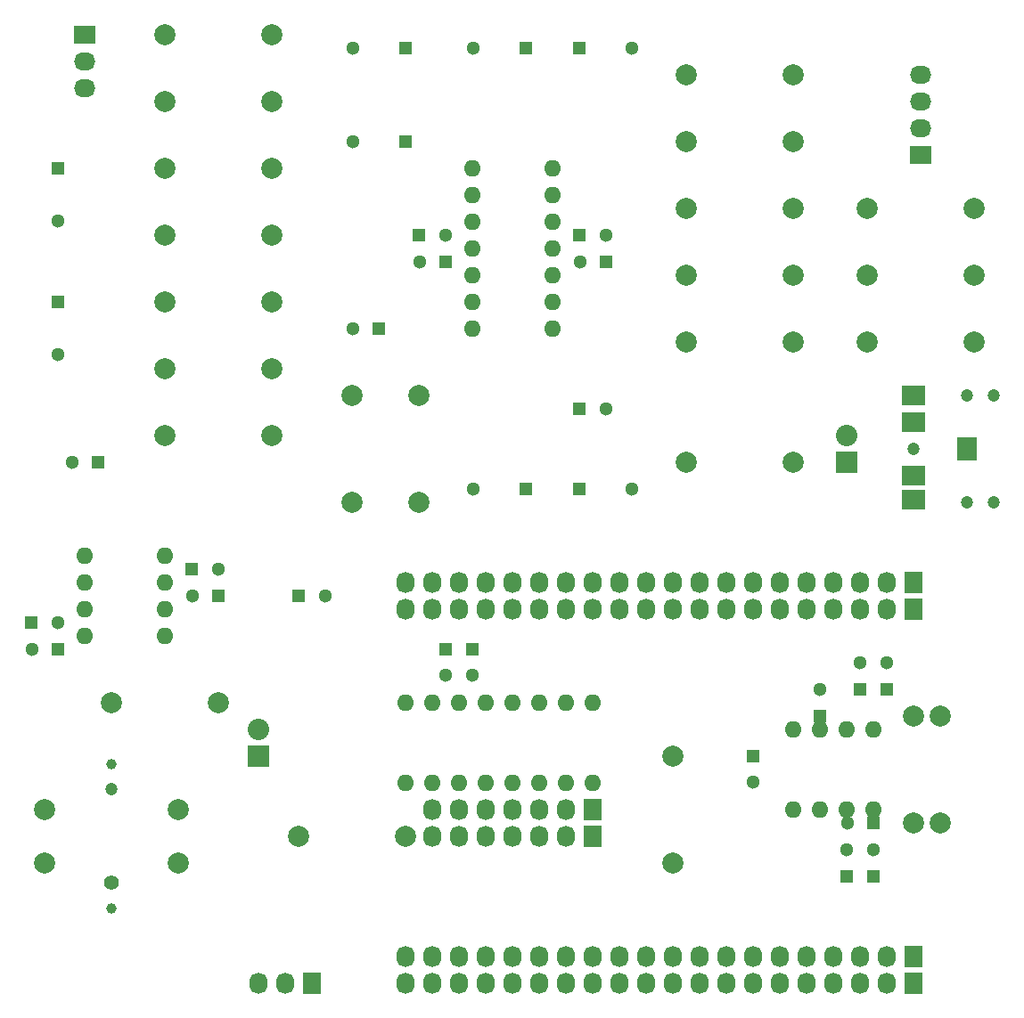
<source format=gbr>
G04 #@! TF.FileFunction,Soldermask,Top*
%FSLAX46Y46*%
G04 Gerber Fmt 4.6, Leading zero omitted, Abs format (unit mm)*
G04 Created by KiCad (PCBNEW 4.0.2-stable) date 2016 November 09, Wednesday 22:03:53*
%MOMM*%
G01*
G04 APERTURE LIST*
%ADD10C,0.100000*%
%ADD11C,1.200000*%
%ADD12C,2.000000*%
%ADD13C,1.000000*%
%ADD14C,1.400000*%
%ADD15R,1.900000X2.300000*%
%ADD16R,2.300000X1.900000*%
%ADD17C,1.998980*%
%ADD18R,1.300000X1.300000*%
%ADD19C,1.300000*%
%ADD20O,1.600000X1.600000*%
%ADD21R,1.727200X2.032000*%
%ADD22O,1.727200X2.032000*%
%ADD23R,2.032000X1.727200*%
%ADD24O,2.032000X1.727200*%
%ADD25R,2.032000X2.032000*%
%ADD26O,2.032000X2.032000*%
G04 APERTURE END LIST*
D10*
D11*
X12700000Y-75565000D03*
D12*
X19050000Y-82550000D03*
X6350000Y-82550000D03*
X19050000Y-77470000D03*
X6350000Y-77470000D03*
D13*
X12700000Y-73152000D03*
X12700000Y-86868000D03*
D14*
X12700000Y-84455000D03*
D11*
X93980000Y-48260000D03*
X96520000Y-48260000D03*
X96520000Y-38100000D03*
X88900000Y-43180000D03*
X93980000Y-38100000D03*
D15*
X93980000Y-43180000D03*
D16*
X88900000Y-40640000D03*
X88900000Y-38100000D03*
X88900000Y-45720000D03*
X88900000Y-48059340D03*
D17*
X12700000Y-67310000D03*
X22860000Y-67310000D03*
X77470000Y-44450000D03*
X67310000Y-44450000D03*
D18*
X85090000Y-83820000D03*
D19*
X85090000Y-81320000D03*
D18*
X86360000Y-66040000D03*
D19*
X86360000Y-63540000D03*
D18*
X83820000Y-66040000D03*
D19*
X83820000Y-63540000D03*
D18*
X82550000Y-83820000D03*
D19*
X82550000Y-81320000D03*
D18*
X73660000Y-72390000D03*
D19*
X73660000Y-74890000D03*
D18*
X80010000Y-68580000D03*
D19*
X80010000Y-66080000D03*
D18*
X85090000Y-78740000D03*
D19*
X82590000Y-78740000D03*
D17*
X88900000Y-68580000D03*
X88900000Y-78740000D03*
X91440000Y-78740000D03*
X91440000Y-68580000D03*
D18*
X44450000Y-62230000D03*
D19*
X44450000Y-64730000D03*
D18*
X46990000Y-62230000D03*
D19*
X46990000Y-64730000D03*
D17*
X30480000Y-80010000D03*
X40640000Y-80010000D03*
D18*
X30480000Y-57150000D03*
D19*
X32980000Y-57150000D03*
D17*
X84455000Y-20320000D03*
X94615000Y-20320000D03*
X77470000Y-7620000D03*
X67310000Y-7620000D03*
D18*
X57150000Y-5080000D03*
D19*
X62150000Y-5080000D03*
D18*
X52070000Y-5080000D03*
D19*
X47070000Y-5080000D03*
D17*
X84455000Y-26670000D03*
X94615000Y-26670000D03*
X94615000Y-33020000D03*
X84455000Y-33020000D03*
D18*
X57150000Y-39370000D03*
D19*
X59650000Y-39370000D03*
D17*
X67310000Y-13970000D03*
X77470000Y-13970000D03*
D18*
X52070000Y-46990000D03*
D19*
X47070000Y-46990000D03*
D18*
X57150000Y-46990000D03*
D19*
X62150000Y-46990000D03*
D17*
X67310000Y-26670000D03*
X77470000Y-26670000D03*
X77470000Y-33020000D03*
X67310000Y-33020000D03*
D18*
X38100000Y-31750000D03*
D19*
X35600000Y-31750000D03*
D17*
X35560000Y-38100000D03*
X35560000Y-48260000D03*
X67310000Y-20320000D03*
X77470000Y-20320000D03*
X41910000Y-48260000D03*
X41910000Y-38100000D03*
X17780000Y-29210000D03*
X27940000Y-29210000D03*
D18*
X11430000Y-44450000D03*
D19*
X8930000Y-44450000D03*
D18*
X44450000Y-25400000D03*
D19*
X41950000Y-25400000D03*
D18*
X41910000Y-22860000D03*
D19*
X44410000Y-22860000D03*
D18*
X59690000Y-25400000D03*
D19*
X57190000Y-25400000D03*
D18*
X57150000Y-22860000D03*
D19*
X59650000Y-22860000D03*
D17*
X17780000Y-35560000D03*
X27940000Y-35560000D03*
X27940000Y-41910000D03*
X17780000Y-41910000D03*
D18*
X20320000Y-54610000D03*
D19*
X22820000Y-54610000D03*
D18*
X22860000Y-57150000D03*
D19*
X20360000Y-57150000D03*
D18*
X7620000Y-62230000D03*
D19*
X5120000Y-62230000D03*
D18*
X5080000Y-59690000D03*
D19*
X7580000Y-59690000D03*
D20*
X10160000Y-53340000D03*
X10160000Y-55880000D03*
X10160000Y-58420000D03*
X10160000Y-60960000D03*
X17780000Y-60960000D03*
X17780000Y-58420000D03*
X17780000Y-55880000D03*
X17780000Y-53340000D03*
D17*
X17780000Y-16510000D03*
X27940000Y-16510000D03*
X17780000Y-22860000D03*
X27940000Y-22860000D03*
D18*
X7620000Y-16510000D03*
D19*
X7620000Y-21510000D03*
D18*
X7620000Y-29210000D03*
D19*
X7620000Y-34210000D03*
D18*
X40640000Y-5080000D03*
D19*
X35640000Y-5080000D03*
D18*
X40640000Y-13970000D03*
D19*
X35640000Y-13970000D03*
D20*
X46990000Y-16510000D03*
X46990000Y-19050000D03*
X46990000Y-21590000D03*
X46990000Y-24130000D03*
X46990000Y-26670000D03*
X46990000Y-29210000D03*
X46990000Y-31750000D03*
X54610000Y-31750000D03*
X54610000Y-29210000D03*
X54610000Y-26670000D03*
X54610000Y-24130000D03*
X54610000Y-21590000D03*
X54610000Y-19050000D03*
X54610000Y-16510000D03*
X77470000Y-77470000D03*
X80010000Y-77470000D03*
X82550000Y-77470000D03*
X85090000Y-77470000D03*
X85090000Y-69850000D03*
X82550000Y-69850000D03*
X80010000Y-69850000D03*
X77470000Y-69850000D03*
D21*
X31750000Y-93980000D03*
D22*
X29210000Y-93980000D03*
X26670000Y-93980000D03*
D21*
X88900000Y-55880000D03*
D22*
X86360000Y-55880000D03*
X83820000Y-55880000D03*
X81280000Y-55880000D03*
X78740000Y-55880000D03*
X76200000Y-55880000D03*
X73660000Y-55880000D03*
X71120000Y-55880000D03*
X68580000Y-55880000D03*
X66040000Y-55880000D03*
X63500000Y-55880000D03*
X60960000Y-55880000D03*
X58420000Y-55880000D03*
X55880000Y-55880000D03*
X53340000Y-55880000D03*
X50800000Y-55880000D03*
X48260000Y-55880000D03*
X45720000Y-55880000D03*
X43180000Y-55880000D03*
X40640000Y-55880000D03*
D21*
X88900000Y-58420000D03*
D22*
X86360000Y-58420000D03*
X83820000Y-58420000D03*
X81280000Y-58420000D03*
X78740000Y-58420000D03*
X76200000Y-58420000D03*
X73660000Y-58420000D03*
X71120000Y-58420000D03*
X68580000Y-58420000D03*
X66040000Y-58420000D03*
X63500000Y-58420000D03*
X60960000Y-58420000D03*
X58420000Y-58420000D03*
X55880000Y-58420000D03*
X53340000Y-58420000D03*
X50800000Y-58420000D03*
X48260000Y-58420000D03*
X45720000Y-58420000D03*
X43180000Y-58420000D03*
X40640000Y-58420000D03*
D20*
X40640000Y-74930000D03*
X43180000Y-74930000D03*
X45720000Y-74930000D03*
X48260000Y-74930000D03*
X50800000Y-74930000D03*
X53340000Y-74930000D03*
X55880000Y-74930000D03*
X58420000Y-74930000D03*
X58420000Y-67310000D03*
X55880000Y-67310000D03*
X53340000Y-67310000D03*
X50800000Y-67310000D03*
X48260000Y-67310000D03*
X45720000Y-67310000D03*
X43180000Y-67310000D03*
X40640000Y-67310000D03*
D21*
X58420000Y-77470000D03*
D22*
X55880000Y-77470000D03*
X53340000Y-77470000D03*
X50800000Y-77470000D03*
X48260000Y-77470000D03*
X45720000Y-77470000D03*
X43180000Y-77470000D03*
D21*
X58420000Y-80010000D03*
D22*
X55880000Y-80010000D03*
X53340000Y-80010000D03*
X50800000Y-80010000D03*
X48260000Y-80010000D03*
X45720000Y-80010000D03*
X43180000Y-80010000D03*
D21*
X88900000Y-91440000D03*
D22*
X86360000Y-91440000D03*
X83820000Y-91440000D03*
X81280000Y-91440000D03*
X78740000Y-91440000D03*
X76200000Y-91440000D03*
X73660000Y-91440000D03*
X71120000Y-91440000D03*
X68580000Y-91440000D03*
X66040000Y-91440000D03*
X63500000Y-91440000D03*
X60960000Y-91440000D03*
X58420000Y-91440000D03*
X55880000Y-91440000D03*
X53340000Y-91440000D03*
X50800000Y-91440000D03*
X48260000Y-91440000D03*
X45720000Y-91440000D03*
X43180000Y-91440000D03*
X40640000Y-91440000D03*
D21*
X88900000Y-93980000D03*
D22*
X86360000Y-93980000D03*
X83820000Y-93980000D03*
X81280000Y-93980000D03*
X78740000Y-93980000D03*
X76200000Y-93980000D03*
X73660000Y-93980000D03*
X71120000Y-93980000D03*
X68580000Y-93980000D03*
X66040000Y-93980000D03*
X63500000Y-93980000D03*
X60960000Y-93980000D03*
X58420000Y-93980000D03*
X55880000Y-93980000D03*
X53340000Y-93980000D03*
X50800000Y-93980000D03*
X48260000Y-93980000D03*
X45720000Y-93980000D03*
X43180000Y-93980000D03*
X40640000Y-93980000D03*
D23*
X10160000Y-3810000D03*
D24*
X10160000Y-6350000D03*
X10160000Y-8890000D03*
D17*
X17780000Y-10160000D03*
X27940000Y-10160000D03*
X27940000Y-3810000D03*
X17780000Y-3810000D03*
D25*
X82550000Y-44450000D03*
D26*
X82550000Y-41910000D03*
D17*
X66040000Y-72390000D03*
X66040000Y-82550000D03*
D25*
X26670000Y-72390000D03*
D26*
X26670000Y-69850000D03*
D23*
X89535000Y-15240000D03*
D24*
X89535000Y-12700000D03*
X89535000Y-10160000D03*
X89535000Y-7620000D03*
M02*

</source>
